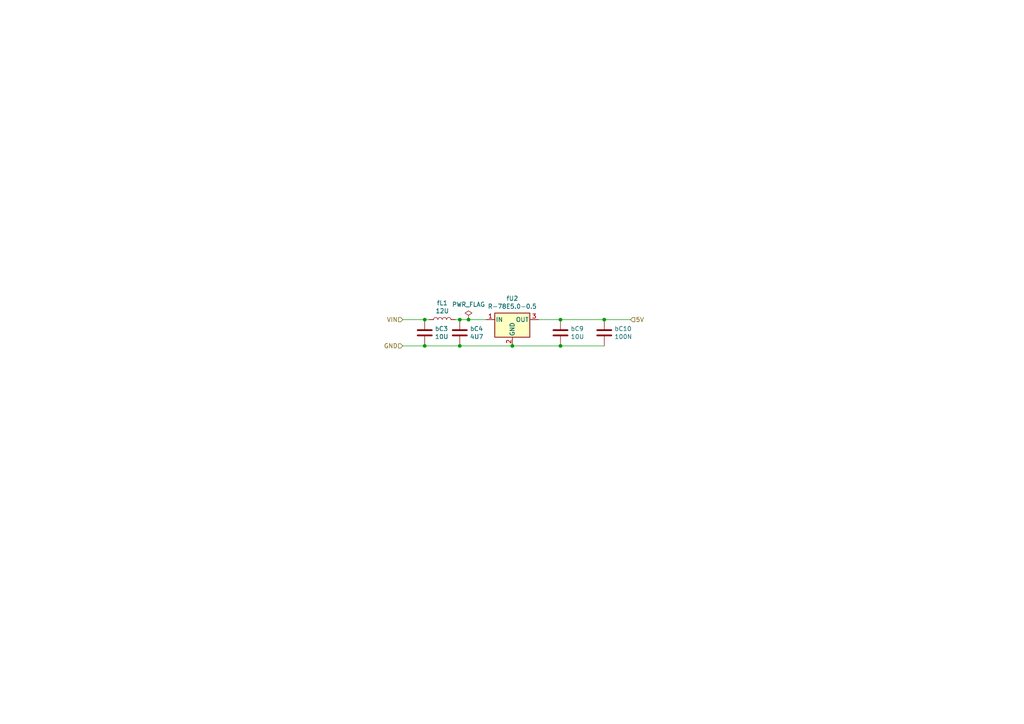
<source format=kicad_sch>
(kicad_sch (version 20211123) (generator eeschema)
  (paper "A4")
  (lib_symbols
    (symbol "Device:C" (pin_numbers hide) (pin_names (offset 0.254))
      (property "Reference" "C" (at 0.635 2.54 0))
      (property "Value" "C" (at 0.635 -2.54 0))
      (symbol "C_0_1"
        (polyline (pts (xy -2.032 -0.762) (xy 2.032 -0.762)) (stroke (width 0.508)))
        (polyline (pts (xy -2.032 0.762) (xy 2.032 0.762)) (stroke (width 0.508)))
      )
      (symbol "C_1_1"
        (pin passive line (at 0 3.81 270) (length 2.794) (name "~") (number "1"))
        (pin passive line (at 0 -3.81 90) (length 2.794) (name "~") (number "2"))
      )
    )
    (symbol "Device:L" (pin_numbers hide) (pin_names (offset 1.016) hide)
      (property "Reference" "L" (at -1.27 0 90))
      (property "Value" "L" (at 1.905 0 90))
      (symbol "L_0_1"
        (arc (start 0 -2.54) (mid 0.635 -1.905) (end 0 -1.27))
        (arc (start 0 -1.27) (mid 0.635 -0.635) (end 0 0))
        (arc (start 0 0) (mid 0.635 0.635) (end 0 1.27))
        (arc (start 0 1.27) (mid 0.635 1.905) (end 0 2.54))
      )
      (symbol "L_1_1"
        (pin passive line (at 0 3.81 270) (length 1.27) (name "1") (number "1"))
        (pin passive line (at 0 -3.81 90) (length 1.27) (name "2") (number "2"))
      )
    )
    (symbol "Regulator_Switching:R-78E5.0-0.5" (pin_names (offset 0.254))
      (property "Reference" "U" (at -3.81 3.175 0))
      (property "Value" "R-78E5.0-0.5" (at 0 3.175 0))
      (symbol "R-78E5.0-0.5_0_1"
        (rectangle (start -5.08 1.905) (end 5.08 -5.08) (stroke (width 0.254)) (fill (type background)))
      )
      (symbol "R-78E5.0-0.5_1_1"
        (pin power_in line (at -7.62 0 0) (length 2.54) (name "IN") (number "1"))
        (pin power_in line (at 0 -7.62 90) (length 2.54) (name "GND") (number "2"))
        (pin power_out line (at 7.62 0 180) (length 2.54) (name "OUT") (number "3"))
      )
    )
    (symbol "power:PWR_FLAG" (power) (pin_numbers hide) (pin_names (offset 0) hide)
      (property "Value" "PWR_FLAG" (at 0 3.81 0))
      (symbol "PWR_FLAG_0_0"
        (pin power_out line (at 0 0 90) (length 0) (name "pwr") (number "1"))
      )
      (symbol "PWR_FLAG_0_1"
        (polyline (pts (xy 0 0) (xy 0 1.27) (xy -1.016 1.905) (xy 0 2.54) (xy 1.016 1.905) (xy 0 1.27)))
      )
    )
  )
  (junction (at 175.26 92.71))
  (junction (at 135.89 92.71))
  (junction (at 123.19 100.33))
  (junction (at 148.59 100.33))
  (junction (at 162.56 100.33))
  (junction (at 123.19 92.71))
  (junction (at 133.35 92.71))
  (junction (at 162.56 92.71))
  (junction (at 133.35 100.33))
  (wire (pts (xy 123.19 100.33) (xy 116.84 100.33)))
  (wire (pts (xy 133.35 100.33) (xy 148.59 100.33)))
  (wire (pts (xy 133.35 92.71) (xy 135.89 92.71)))
  (wire (pts (xy 132.08 92.71) (xy 133.35 92.71)))
  (wire (pts (xy 162.56 92.71) (xy 175.26 92.71)))
  (wire (pts (xy 175.26 100.33) (xy 162.56 100.33)))
  (wire (pts (xy 123.19 92.71) (xy 124.46 92.71)))
  (wire (pts (xy 135.89 92.71) (xy 140.97 92.71)))
  (wire (pts (xy 116.84 92.71) (xy 123.19 92.71)))
  (wire (pts (xy 175.26 92.71) (xy 182.88 92.71)))
  (wire (pts (xy 148.59 100.33) (xy 162.56 100.33)))
  (wire (pts (xy 133.35 100.33) (xy 123.19 100.33)))
  (wire (pts (xy 156.21 92.71) (xy 162.56 92.71)))
  (hierarchical_label "GND" (shape input) (at 116.84 100.33 180))
  (hierarchical_label "5V" (shape input) (at 182.88 92.71 0))
  (hierarchical_label "VIN" (shape input) (at 116.84 92.71 180))
  (symbol (lib_id "Device:L") (at 128.27 92.71 90) (unit 1)
    (property "Reference" "fL1" (at 128.27 87.884 90))
    (property "Value" "12U" (at 128.27 90.1954 90))
    (property "Footprint" "Inductor_THT:L_Radial_D8.7mm_P5.00mm_Fastron_07HCP" (effects hide))
  )
  (symbol (lib_id "Device:C") (at 133.35 96.52 0) (unit 1)
    (property "Reference" "bC4" (at 136.271 95.3516 0) (effects (justify left)))
    (property "Value" "4U7" (at 136.271 97.663 0) (effects (justify left)))
    (property "Footprint" "Capacitor_SMD:C_0805_2012Metric" (effects hide))
  )
  (symbol (lib_id "Device:C") (at 123.19 96.52 0) (unit 1)
    (property "Reference" "bC3" (at 126.111 95.3516 0) (effects (justify left)))
    (property "Value" "10U" (at 126.111 97.663 0) (effects (justify left)))
    (property "Footprint" "Capacitor_SMD:C_0805_2012Metric" (effects hide))
  )
  (symbol (lib_id "Device:C") (at 162.56 96.52 0) (unit 1)
    (property "Reference" "bC9" (at 165.481 95.3516 0) (effects (justify left)))
    (property "Value" "10U" (at 165.481 97.663 0) (effects (justify left)))
    (property "Footprint" "Capacitor_SMD:C_0805_2012Metric" (effects hide))
  )
  (symbol (lib_id "Device:C") (at 175.26 96.52 0) (unit 1)
    (property "Reference" "bC10" (at 178.181 95.3516 0) (effects (justify left)))
    (property "Value" "100N" (at 178.181 97.663 0) (effects (justify left)))
    (property "Footprint" "Capacitor_SMD:C_0603_1608Metric" (effects hide))
  )
  (symbol (lib_id "Regulator_Switching:R-78E5.0-0.5") (at 148.59 92.71 0) (unit 1)
    (property "Reference" "fU2" (at 148.59 86.5632 0))
    (property "Value" "R-78E5.0-0.5" (at 148.59 88.8746 0))
    (property "Footprint" "Converter_DCDC:Converter_DCDC_RECOM_R-78E-0.5_THT" (effects hide))
    (property "Datasheet" "https://www.recom-power.com/pdf/Innoline/R-78Exx-0.5.pdf" (effects hide))
  )
  (symbol (lib_id "power:PWR_FLAG") (at 135.89 92.71 0) (unit 1)
    (property "Reference" "#FLG04" (effects hide))
    (property "Value" "PWR_FLAG" (at 135.89 88.3158 0))
  )
)
</source>
